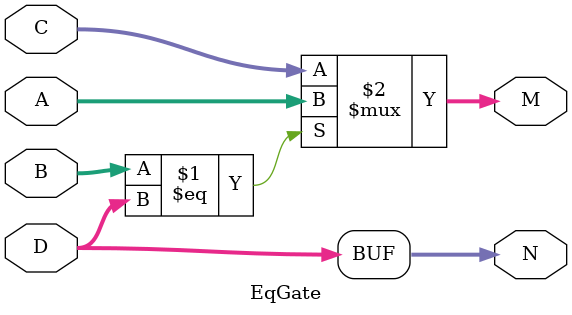
<source format=v>
module EqGate(
    input  wire [3:0] A,  // 4-bit
    input  wire [3:0] B,  // 4-bit
    input  wire [3:0] C,  // 4-bit
    input  wire [3:0] D,  // 4-bit
    output wire [3:0] M,  // 4-bit
    output wire [3:0] N   // 4-bit
);

    // M is A if B equals D, otherwise C
    assign M = (B == D) ? A : C;
    
    // N is value of D
    assign N = D;

endmodule

</source>
